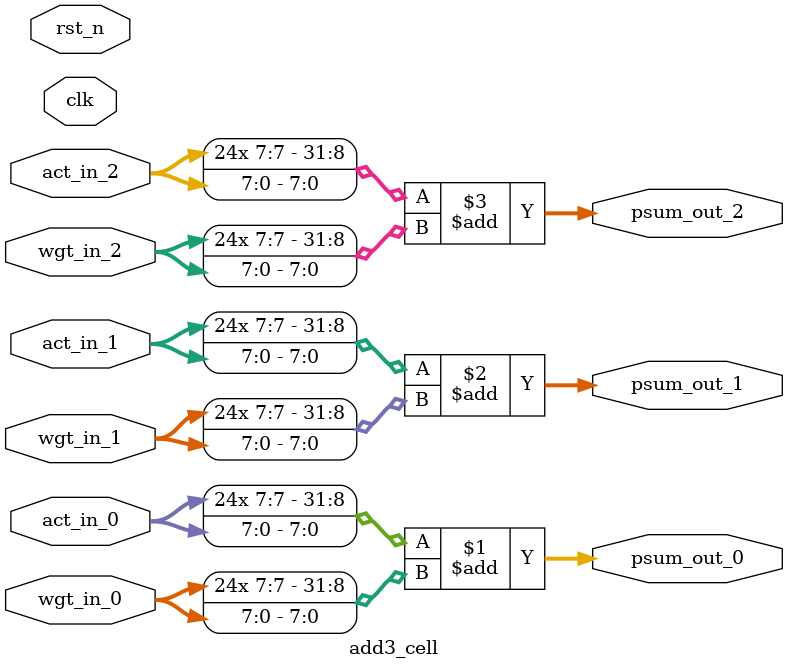
<source format=sv>
`default_nettype wire
`timescale 1ns / 1ps

module add3_cell (
  input        clk,
  input        rst_n,
  // 三路激活输入（int8）
  input  [7:0] act_in_0,
  input  [7:0] act_in_1,
  input  [7:0] act_in_2,
  // 三路权重输入（int8）
  input  [7:0] wgt_in_0,
  input  [7:0] wgt_in_1,
  input  [7:0] wgt_in_2,
  // 三路部分和输出（int32）
  output [31:0] psum_out_0,
  output [31:0] psum_out_1,
  output [31:0] psum_out_2
);

  // 第0组：act_in_0 + wgt_in_0
  assign psum_out_0 = $signed({{24{act_in_0[7]}}, act_in_0}) +
                      $signed({{24{wgt_in_0[7]}}, wgt_in_0});

  // 第1组：act_in_1 + wgt_in_1
  assign psum_out_1 = $signed({{24{act_in_1[7]}}, act_in_1}) +
                      $signed({{24{wgt_in_1[7]}}, wgt_in_1});

  // 第2组：act_in_2 + wgt_in_2
  assign psum_out_2 = $signed({{24{act_in_2[7]}}, act_in_2}) +
                      $signed({{24{wgt_in_2[7]}}, wgt_in_2});

endmodule
</source>
